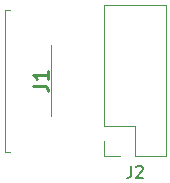
<source format=gto>
G04 #@! TF.GenerationSoftware,KiCad,Pcbnew,7.0.0-da2b9df05c~163~ubuntu22.04.1*
G04 #@! TF.CreationDate,2023-02-19T21:10:27+00:00*
G04 #@! TF.ProjectId,simpleadapter,73696d70-6c65-4616-9461-707465722e6b,rev?*
G04 #@! TF.SameCoordinates,Original*
G04 #@! TF.FileFunction,Legend,Top*
G04 #@! TF.FilePolarity,Positive*
%FSLAX46Y46*%
G04 Gerber Fmt 4.6, Leading zero omitted, Abs format (unit mm)*
G04 Created by KiCad (PCBNEW 7.0.0-da2b9df05c~163~ubuntu22.04.1) date 2023-02-19 21:10:27*
%MOMM*%
%LPD*%
G01*
G04 APERTURE LIST*
%ADD10C,0.254000*%
%ADD11C,0.150000*%
%ADD12C,0.100000*%
%ADD13C,0.120000*%
%ADD14C,0.001000*%
%ADD15R,1.800000X0.700000*%
%ADD16C,3.800000*%
%ADD17R,1.700000X1.700000*%
%ADD18O,1.700000X1.700000*%
G04 APERTURE END LIST*
D10*
X148548573Y-94657332D02*
X149455716Y-94657332D01*
X149455716Y-94657332D02*
X149637145Y-94717809D01*
X149637145Y-94717809D02*
X149758097Y-94838761D01*
X149758097Y-94838761D02*
X149818573Y-95020190D01*
X149818573Y-95020190D02*
X149818573Y-95141142D01*
X149818573Y-93387332D02*
X149818573Y-94113047D01*
X149818573Y-93750190D02*
X148548573Y-93750190D01*
X148548573Y-93750190D02*
X148730002Y-93871142D01*
X148730002Y-93871142D02*
X148850954Y-93992094D01*
X148850954Y-93992094D02*
X148911430Y-94113047D01*
D11*
X156892666Y-101451380D02*
X156892666Y-102165666D01*
X156892666Y-102165666D02*
X156845047Y-102308523D01*
X156845047Y-102308523D02*
X156749809Y-102403761D01*
X156749809Y-102403761D02*
X156606952Y-102451380D01*
X156606952Y-102451380D02*
X156511714Y-102451380D01*
X157321238Y-101546619D02*
X157368857Y-101499000D01*
X157368857Y-101499000D02*
X157464095Y-101451380D01*
X157464095Y-101451380D02*
X157702190Y-101451380D01*
X157702190Y-101451380D02*
X157797428Y-101499000D01*
X157797428Y-101499000D02*
X157845047Y-101546619D01*
X157845047Y-101546619D02*
X157892666Y-101641857D01*
X157892666Y-101641857D02*
X157892666Y-101737095D01*
X157892666Y-101737095D02*
X157845047Y-101879952D01*
X157845047Y-101879952D02*
X157273619Y-102451380D01*
X157273619Y-102451380D02*
X157892666Y-102451380D01*
D12*
X146637000Y-88234000D02*
X146177000Y-88234000D01*
X146177000Y-88234000D02*
X146177000Y-100234000D01*
X150087000Y-91234000D02*
X150087000Y-97234000D01*
X146177000Y-100234000D02*
X146637000Y-100234000D01*
D13*
X159826000Y-100644000D02*
X159826000Y-87824000D01*
X154626000Y-98044000D02*
X154626000Y-87824000D01*
X157226000Y-100644000D02*
X157226000Y-98044000D01*
X155956000Y-100644000D02*
X154626000Y-100644000D01*
X154626000Y-100644000D02*
X154626000Y-99314000D01*
X159826000Y-87824000D02*
X154626000Y-87824000D01*
X159826000Y-100644000D02*
X157226000Y-100644000D01*
X157226000Y-98044000D02*
X154626000Y-98044000D01*
%LPC*%
D14*
X149177000Y-91984000D03*
X149177000Y-96484000D03*
D15*
X151626999Y-97233999D03*
X151626999Y-95233999D03*
X151626999Y-93233999D03*
X151626999Y-91233999D03*
X151626999Y-90233999D03*
X151626999Y-92233999D03*
X151626999Y-94233999D03*
X151626999Y-96233999D03*
X151626999Y-98233999D03*
D16*
X149177000Y-88384000D03*
X149177000Y-100084000D03*
D17*
X155955999Y-99313999D03*
D18*
X158495999Y-99313999D03*
X155955999Y-96773999D03*
X158495999Y-96773999D03*
X155955999Y-94233999D03*
X158495999Y-94233999D03*
X155955999Y-91693999D03*
X158495999Y-91693999D03*
X155955999Y-89153999D03*
X158495999Y-89153999D03*
M02*

</source>
